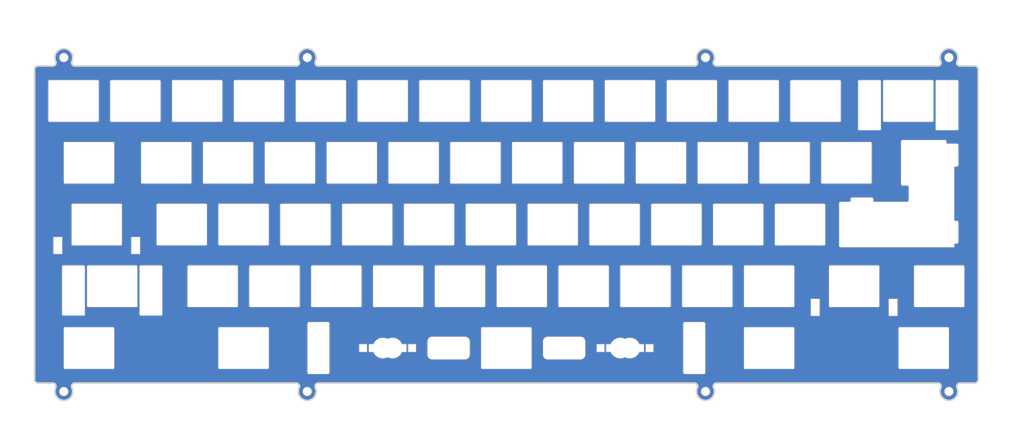
<source format=kicad_pcb>
(kicad_pcb (version 20171130) (host pcbnew "(5.1.10)-1")
  (layers (0 F.Cu signal) (31 B.Cu signal) (34 B.Paste user) (35 F.Paste user) (36 B.SilkS user) (37 F.SilkS user) (38 B.Mask user) (39 F.Mask user) (44 Edge.Cuts user))
  (net 0 "")
  (gr_line (start 64.94209 122.68723) (end 64.94209 134.88723) (layer Edge.Cuts) (width 0.1))
  (gr_arc (start 64.64209 134.88723) (end 64.64209 135.18723) (angle -90) (layer Edge.Cuts) (width 0.1))
  (gr_line (start 64.64209 135.18723) (end 49.74209 135.18723) (layer Edge.Cuts) (width 0.1))
  (gr_arc (start 49.742089 134.88723) (end 49.44209 134.88723) (angle -90) (layer Edge.Cuts) (width 0.1))
  (gr_line (start 49.44209 134.88723) (end 49.44209 122.68723) (layer Edge.Cuts) (width 0.1))
  (gr_arc (start 49.74209 122.68723) (end 49.74209 122.38723) (angle -90) (layer Edge.Cuts) (width 0.1))
  (gr_line (start 49.74209 122.38723) (end 64.642089 122.38723) (layer Edge.Cuts) (width 0.1))
  (gr_arc (start 64.642089 122.687231) (end 64.94209 122.68723) (angle -90) (layer Edge.Cuts) (width 0.1))
  (gr_arc (start 274.50374 39.187057) (end 276.990865 40.360391) (angle -230.5124073) (layer Edge.Cuts) (width 0.5))
  (gr_arc (start 277.895274 40.787057) (end 276.990865 40.360391) (angle -115.2562037) (layer Edge.Cuts) (width 0.5))
  (gr_line (start 282.50374 41.787057) (end 277.895274 41.787057) (layer Edge.Cuts) (width 0.5))
  (gr_arc (start 282.50374 42.787057) (end 283.50374 42.787057) (angle -90) (layer Edge.Cuts) (width 0.5))
  (gr_line (start 283.50374 138.586387) (end 283.50374 42.787057) (layer Edge.Cuts) (width 0.5))
  (gr_arc (start 282.50374 138.586387) (end 282.50374 139.586387) (angle -90) (layer Edge.Cuts) (width 0.5))
  (gr_line (start 277.895274 139.586387) (end 282.50374 139.586387) (layer Edge.Cuts) (width 0.5))
  (gr_arc (start 277.895274 140.586387) (end 277.895274 139.586387) (angle -115.2562037) (layer Edge.Cuts) (width 0.5))
  (gr_arc (start 274.50374 142.186387) (end 272.016616 141.013054) (angle -230.5124073) (layer Edge.Cuts) (width 0.5))
  (gr_arc (start 271.112207 140.586387) (end 272.016616 141.013054) (angle -115.2562037) (layer Edge.Cuts) (width 0.5))
  (gr_line (start 202.895274 139.586387) (end 271.112207 139.586387) (layer Edge.Cuts) (width 0.5))
  (gr_arc (start 202.895274 140.586387) (end 202.895274 139.586387) (angle -115.2562037) (layer Edge.Cuts) (width 0.5))
  (gr_arc (start 199.50374 142.186387) (end 197.016616 141.013054) (angle -230.5124073) (layer Edge.Cuts) (width 0.5))
  (gr_arc (start 196.112207 140.586387) (end 197.016616 141.013054) (angle -115.2562037) (layer Edge.Cuts) (width 0.5))
  (gr_line (start 80.195924 139.586387) (end 196.112207 139.586387) (layer Edge.Cuts) (width 0.5))
  (gr_arc (start 80.195924 140.586387) (end 80.195924 139.586387) (angle -115.2562037) (layer Edge.Cuts) (width 0.5))
  (gr_arc (start 76.80439 142.186387) (end 74.317266 141.013054) (angle -230.5124073) (layer Edge.Cuts) (width 0.5))
  (gr_arc (start 73.412857 140.586387) (end 74.317266 141.013054) (angle -115.2562037) (layer Edge.Cuts) (width 0.5))
  (gr_line (start 5.195924 139.586387) (end 73.412857 139.586387) (layer Edge.Cuts) (width 0.5))
  (gr_arc (start 5.195924 140.586387) (end 5.195924 139.586387) (angle -115.2562037) (layer Edge.Cuts) (width 0.5))
  (gr_arc (start 1.80439 142.186387) (end -0.682734 141.013054) (angle -230.5124073) (layer Edge.Cuts) (width 0.5))
  (gr_arc (start -1.587143 140.586387) (end -0.682734 141.013054) (angle -115.2562037) (layer Edge.Cuts) (width 0.5))
  (gr_line (start -6.19561 139.586387) (end -1.587143 139.586387) (layer Edge.Cuts) (width 0.5))
  (gr_arc (start -6.19561 138.586387) (end -7.19561 138.586387) (angle -90) (layer Edge.Cuts) (width 0.5))
  (gr_line (start -7.19561 42.787057) (end -7.19561 138.586387) (layer Edge.Cuts) (width 0.5))
  (gr_arc (start -6.19561 42.787057) (end -6.19561 41.787057) (angle -90) (layer Edge.Cuts) (width 0.5))
  (gr_line (start -1.587143 41.787057) (end -6.19561 41.787057) (layer Edge.Cuts) (width 0.5))
  (gr_arc (start -1.587143 40.787057) (end -1.587143 41.787057) (angle -115.2562037) (layer Edge.Cuts) (width 0.5))
  (gr_arc (start 1.80439 39.187057) (end 4.291515 40.360391) (angle -230.5124073) (layer Edge.Cuts) (width 0.5))
  (gr_arc (start 5.195924 40.787057) (end 4.291515 40.360391) (angle -115.2562037) (layer Edge.Cuts) (width 0.5))
  (gr_line (start 73.412857 41.787057) (end 5.195924 41.787057) (layer Edge.Cuts) (width 0.5))
  (gr_arc (start 73.412857 40.787057) (end 73.412857 41.787057) (angle -115.2562037) (layer Edge.Cuts) (width 0.5))
  (gr_arc (start 76.80439 39.187057) (end 79.291515 40.360391) (angle -230.5124073) (layer Edge.Cuts) (width 0.5))
  (gr_arc (start 80.195924 40.787057) (end 79.291515 40.360391) (angle -115.2562037) (layer Edge.Cuts) (width 0.5))
  (gr_line (start 196.112207 41.787057) (end 80.195924 41.787057) (layer Edge.Cuts) (width 0.5))
  (gr_arc (start 196.112207 40.787057) (end 196.112207 41.787057) (angle -115.2562037) (layer Edge.Cuts) (width 0.5))
  (gr_arc (start 199.50374 39.187057) (end 201.990865 40.360391) (angle -230.5124073) (layer Edge.Cuts) (width 0.5))
  (gr_arc (start 202.895274 40.787057) (end 201.990865 40.360391) (angle -115.2562037) (layer Edge.Cuts) (width 0.5))
  (gr_line (start 271.112207 41.787057) (end 202.895274 41.787057) (layer Edge.Cuts) (width 0.5))
  (gr_arc (start 271.112207 40.787057) (end 271.112207 41.787057) (angle -115.2562037) (layer Edge.Cuts) (width 0.5))
  (gr_circle (center 1.80439 39.187057) (end 3.15439 39.187057) (layer Edge.Cuts) (width 0.1))
  (gr_circle (center 274.50374 142.186387) (end 275.85374 142.186387) (layer Edge.Cuts) (width 0.1))
  (gr_circle (center 274.50374 39.187057) (end 275.85374 39.187057) (layer Edge.Cuts) (width 0.1))
  (gr_circle (center 199.50374 142.186387) (end 200.85374 142.186387) (layer Edge.Cuts) (width 0.1))
  (gr_circle (center 76.80439 39.187057) (end 78.15439 39.187057) (layer Edge.Cuts) (width 0.1))
  (gr_circle (center 76.80439 142.186387) (end 78.15439 142.186387) (layer Edge.Cuts) (width 0.1))
  (gr_circle (center 1.80439 142.186387) (end 3.15439 142.186387) (layer Edge.Cuts) (width 0.1))
  (gr_circle (center 199.50374 39.187057) (end 200.85374 39.187057) (layer Edge.Cuts) (width 0.1))
  (gr_arc (start 106.89209 96.78723) (end 106.59209 96.78723) (angle -90) (layer Edge.Cuts) (width 0.1))
  (gr_line (start 106.59209 84.58723) (end 106.59209 96.78723) (layer Edge.Cuts) (width 0.1))
  (gr_arc (start 106.89209 84.58723) (end 106.89209 84.28723) (angle -90) (layer Edge.Cuts) (width 0.1))
  (gr_line (start 121.79209 84.28723) (end 106.89209 84.28723) (layer Edge.Cuts) (width 0.1))
  (gr_arc (start 121.79209 84.58723) (end 122.09209 84.58723) (angle -90) (layer Edge.Cuts) (width 0.1))
  (gr_line (start 122.09209 96.78723) (end 122.09209 84.58723) (layer Edge.Cuts) (width 0.1))
  (gr_arc (start 121.792089 96.78723) (end 121.79209 97.08723) (angle -90) (layer Edge.Cuts) (width 0.1))
  (gr_line (start 106.89209 97.08723) (end 121.79209 97.08723) (layer Edge.Cuts) (width 0.1))
  (gr_line (start 173.26709 115.83723) (end 173.26709 103.63723) (layer Edge.Cuts) (width 0.1))
  (gr_arc (start 173.56709 115.83723) (end 173.26709 115.83723) (angle -90) (layer Edge.Cuts) (width 0.1))
  (gr_line (start 188.46709 116.137231) (end 173.56709 116.13723) (layer Edge.Cuts) (width 0.1))
  (gr_arc (start 188.46709 115.83723) (end 188.46709 116.137231) (angle -90) (layer Edge.Cuts) (width 0.1))
  (gr_line (start 188.76709 103.63723) (end 188.76709 115.83723) (layer Edge.Cuts) (width 0.1))
  (gr_arc (start 188.467089 103.637231) (end 188.76709 103.63723) (angle -90) (layer Edge.Cuts) (width 0.1))
  (gr_line (start 173.56709 103.33723) (end 188.46709 103.33723) (layer Edge.Cuts) (width 0.1))
  (gr_arc (start 173.56709 103.63723) (end 173.56709 103.33723) (angle -90) (layer Edge.Cuts) (width 0.1))
  (gr_line (start 92.60459 46.18723) (end 107.50459 46.18723) (layer Edge.Cuts) (width 0.1))
  (gr_arc (start 92.60459 46.48723) (end 92.60459 46.18723) (angle -90) (layer Edge.Cuts) (width 0.1))
  (gr_line (start 92.30459 58.68723) (end 92.30459 46.48723) (layer Edge.Cuts) (width 0.1))
  (gr_arc (start 92.60459 58.68723) (end 92.30459 58.68723) (angle -90) (layer Edge.Cuts) (width 0.1))
  (gr_line (start 107.50459 58.98723) (end 92.60459 58.98723) (layer Edge.Cuts) (width 0.1))
  (gr_arc (start 107.50459 58.687231) (end 107.50459 58.98723) (angle -90) (layer Edge.Cuts) (width 0.1))
  (gr_line (start 107.80459 46.48723) (end 107.80459 58.68723) (layer Edge.Cuts) (width 0.1))
  (gr_arc (start 107.504589 46.48723) (end 107.80459 46.48723) (angle -90) (layer Edge.Cuts) (width 0.1))
  (gr_line (start 82.779589 77.73723) (end 82.779589 65.53723) (layer Edge.Cuts) (width 0.1))
  (gr_arc (start 83.079589 77.73723) (end 82.779589 77.73723) (angle -90) (layer Edge.Cuts) (width 0.1))
  (gr_line (start 97.97959 78.03723) (end 83.079589 78.03723) (layer Edge.Cuts) (width 0.1))
  (gr_arc (start 97.97959 77.73723) (end 97.97959 78.03723) (angle -90) (layer Edge.Cuts) (width 0.1))
  (gr_line (start 98.279589 65.53723) (end 98.27959 77.73723) (layer Edge.Cuts) (width 0.1))
  (gr_arc (start 97.97959 65.53723) (end 98.279589 65.53723) (angle -90) (layer Edge.Cuts) (width 0.1))
  (gr_line (start 83.079589 65.23723) (end 97.97959 65.23723) (layer Edge.Cuts) (width 0.1))
  (gr_arc (start 83.079589 65.53723) (end 83.079589 65.23723) (angle -90) (layer Edge.Cuts) (width 0.1))
  (gr_arc (start 140.22959 65.53723) (end 140.22959 65.23723) (angle -90) (layer Edge.Cuts) (width 0.1))
  (gr_line (start 155.12959 65.23723) (end 140.22959 65.23723) (layer Edge.Cuts) (width 0.1))
  (gr_arc (start 155.12959 65.53723) (end 155.42959 65.53723) (angle -90) (layer Edge.Cuts) (width 0.1))
  (gr_line (start 155.42959 77.73723) (end 155.42959 65.53723) (layer Edge.Cuts) (width 0.1))
  (gr_arc (start 155.12959 77.73723) (end 155.12959 78.03723) (angle -90) (layer Edge.Cuts) (width 0.1))
  (gr_line (start 140.22959 78.03723) (end 155.12959 78.03723) (layer Edge.Cuts) (width 0.1))
  (gr_arc (start 140.22959 77.73723) (end 139.92959 77.73723) (angle -90) (layer Edge.Cuts) (width 0.1))
  (gr_line (start 139.92959 65.53723) (end 139.92959 77.73723) (layer Edge.Cuts) (width 0.1))
  (gr_line (start 1.81709 134.88723) (end 1.81709 122.68723) (layer Edge.Cuts) (width 0.1))
  (gr_arc (start 2.11709 134.88723) (end 1.81709 134.88723) (angle -90) (layer Edge.Cuts) (width 0.1))
  (gr_line (start 17.01709 135.18723) (end 2.117089 135.18723) (layer Edge.Cuts) (width 0.1))
  (gr_arc (start 17.017089 134.88723) (end 17.01709 135.18723) (angle -90) (layer Edge.Cuts) (width 0.1))
  (gr_line (start 17.31709 122.68723) (end 17.317089 134.88723) (layer Edge.Cuts) (width 0.1))
  (gr_arc (start 17.017089 122.68723) (end 17.31709 122.68723) (angle -90) (layer Edge.Cuts) (width 0.1))
  (gr_line (start 2.11709 122.38723) (end 17.01709 122.38723) (layer Edge.Cuts) (width 0.1))
  (gr_arc (start 2.11709 122.68723) (end 2.11709 122.38723) (angle -90) (layer Edge.Cuts) (width 0.1))
  (gr_line (start 7.97284 118.73723) (end 1.57284 118.73723) (layer Edge.Cuts) (width 0.1))
  (gr_arc (start 7.97284 118.43723) (end 7.97284 118.73723) (angle -90) (layer Edge.Cuts) (width 0.1))
  (gr_line (start 8.27284 103.63723) (end 8.27284 118.43723) (layer Edge.Cuts) (width 0.1))
  (gr_arc (start 7.97284 103.63723) (end 8.27284 103.63723) (angle -90) (layer Edge.Cuts) (width 0.1))
  (gr_line (start 1.57284 103.33723) (end 7.97284 103.33723) (layer Edge.Cuts) (width 0.1))
  (gr_arc (start 1.57284 103.63723) (end 1.57284 103.33723) (angle -90) (layer Edge.Cuts) (width 0.1))
  (gr_line (start 1.27284 118.43723) (end 1.272839 103.63723) (layer Edge.Cuts) (width 0.1))
  (gr_arc (start 1.57284 118.43723) (end 1.27284 118.43723) (angle -90) (layer Edge.Cuts) (width 0.1))
  (gr_arc (start 277.11784 61.28723) (end 277.11784 61.587231) (angle -90) (layer Edge.Cuts) (width 0.1))
  (gr_line (start 270.71784 61.587231) (end 277.11784 61.587231) (layer Edge.Cuts) (width 0.1))
  (gr_arc (start 270.717839 61.287231) (end 270.41784 61.287231) (angle -90) (layer Edge.Cuts) (width 0.1))
  (gr_line (start 270.41784 46.48723) (end 270.41784 61.287231) (layer Edge.Cuts) (width 0.1))
  (gr_arc (start 270.717839 46.48723) (end 270.71784 46.18723) (angle -90) (layer Edge.Cuts) (width 0.1))
  (gr_line (start 277.11784 46.18723) (end 270.71784 46.18723) (layer Edge.Cuts) (width 0.1))
  (gr_arc (start 277.11784 46.487231) (end 277.41784 46.48723) (angle -90) (layer Edge.Cuts) (width 0.1))
  (gr_line (start 277.41784 61.287231) (end 277.41784 46.48723) (layer Edge.Cuts) (width 0.1))
  (gr_line (start 253.24184 61.587231) (end 246.84184 61.587231) (layer Edge.Cuts) (width 0.1))
  (gr_arc (start 253.24184 61.28723) (end 253.24184 61.587231) (angle -90) (layer Edge.Cuts) (width 0.1))
  (gr_line (start 253.54184 46.48723) (end 253.54184 61.287231) (layer Edge.Cuts) (width 0.1))
  (gr_arc (start 253.241839 46.487231) (end 253.54184 46.48723) (angle -90) (layer Edge.Cuts) (width 0.1))
  (gr_line (start 246.84184 46.18723) (end 253.241839 46.18723) (layer Edge.Cuts) (width 0.1))
  (gr_arc (start 246.84184 46.487231) (end 246.84184 46.18723) (angle -90) (layer Edge.Cuts) (width 0.1))
  (gr_line (start 246.54184 61.287231) (end 246.54184 46.48723) (layer Edge.Cuts) (width 0.1))
  (gr_arc (start 246.84184 61.287231) (end 246.54184 61.287231) (angle -90) (layer Edge.Cuts) (width 0.1))
  (gr_line (start 254.52984 46.18723) (end 269.42984 46.18723) (layer Edge.Cuts) (width 0.1))
  (gr_arc (start 254.52984 46.48723) (end 254.52984 46.18723) (angle -90) (layer Edge.Cuts) (width 0.1))
  (gr_line (start 254.22984 58.68723) (end 254.22984 46.48723) (layer Edge.Cuts) (width 0.1))
  (gr_arc (start 254.52984 58.68723) (end 254.22984 58.68723) (angle -90) (layer Edge.Cuts) (width 0.1))
  (gr_line (start 269.42984 58.98723) (end 254.52984 58.98723) (layer Edge.Cuts) (width 0.1))
  (gr_arc (start 269.42984 58.68723) (end 269.42984 58.98723) (angle -90) (layer Edge.Cuts) (width 0.1))
  (gr_line (start 269.72984 46.48723) (end 269.72984 58.68723) (layer Edge.Cuts) (width 0.1))
  (gr_arc (start 269.42984 46.487231) (end 269.72984 46.48723) (angle -90) (layer Edge.Cuts) (width 0.1))
  (gr_line (start 24.460839 103.63723) (end 24.460839 115.83723) (layer Edge.Cuts) (width 0.1))
  (gr_arc (start 24.160839 103.63723) (end 24.460839 103.63723) (angle -90) (layer Edge.Cuts) (width 0.1))
  (gr_line (start 9.26084 103.33723) (end 24.16084 103.33723) (layer Edge.Cuts) (width 0.1))
  (gr_arc (start 9.26084 103.63723) (end 9.26084 103.33723) (angle -90) (layer Edge.Cuts) (width 0.1))
  (gr_line (start 8.96084 115.83723) (end 8.96084 103.63723) (layer Edge.Cuts) (width 0.1))
  (gr_arc (start 9.26084 115.83723) (end 8.96084 115.83723) (angle -90) (layer Edge.Cuts) (width 0.1))
  (gr_line (start 24.16084 116.13723) (end 9.260839 116.13723) (layer Edge.Cuts) (width 0.1))
  (gr_arc (start 24.16084 115.83723) (end 24.16084 116.13723) (angle -90) (layer Edge.Cuts) (width 0.1))
  (gr_line (start 25.44884 103.33723) (end 31.84884 103.33723) (layer Edge.Cuts) (width 0.1))
  (gr_arc (start 25.44884 103.63723) (end 25.44884 103.33723) (angle -90) (layer Edge.Cuts) (width 0.1))
  (gr_line (start 25.14884 118.43723) (end 25.14884 103.63723) (layer Edge.Cuts) (width 0.1))
  (gr_arc (start 25.44884 118.43723) (end 25.14884 118.43723) (angle -90) (layer Edge.Cuts) (width 0.1))
  (gr_line (start 31.84884 118.73723) (end 25.44884 118.73723) (layer Edge.Cuts) (width 0.1))
  (gr_arc (start 31.84884 118.437231) (end 31.84884 118.73723) (angle -90) (layer Edge.Cuts) (width 0.1))
  (gr_line (start 32.14884 103.63723) (end 32.148839 118.43723) (layer Edge.Cuts) (width 0.1))
  (gr_arc (start 31.84884 103.63723) (end 32.14884 103.63723) (angle -90) (layer Edge.Cuts) (width 0.1))
  (gr_line (start 198.92959 136.786231) (end 193.17959 136.786231) (layer Edge.Cuts) (width 0.1))
  (gr_arc (start 198.929589 136.286231) (end 198.92959 136.786231) (angle -90) (layer Edge.Cuts) (width 0.1))
  (gr_line (start 199.429589 121.286231) (end 199.42959 136.286231) (layer Edge.Cuts) (width 0.1))
  (gr_arc (start 198.92959 121.286231) (end 199.429589 121.286231) (angle -90) (layer Edge.Cuts) (width 0.1))
  (gr_line (start 193.17959 120.786231) (end 198.92959 120.786231) (layer Edge.Cuts) (width 0.1))
  (gr_arc (start 193.17959 121.286231) (end 193.17959 120.786231) (angle -90) (layer Edge.Cuts) (width 0.1))
  (gr_line (start 192.67959 136.286231) (end 192.67959 121.286231) (layer Edge.Cuts) (width 0.1))
  (gr_arc (start 193.179589 136.286231) (end 192.67959 136.286231) (angle -90) (layer Edge.Cuts) (width 0.1))
  (gr_line (start 259.742407 78.135862) (end 259.742407 65.136562) (layer Edge.Cuts) (width 0.1))
  (gr_arc (start 260.242407 78.135862) (end 259.742407 78.135862) (angle -90) (layer Edge.Cuts) (width 0.1))
  (gr_line (start 261.623407 78.635862) (end 260.242407 78.635862) (layer Edge.Cuts) (width 0.1))
  (gr_arc (start 261.623407 79.135862) (end 262.123407 79.135862) (angle -90) (layer Edge.Cuts) (width 0.1))
  (gr_line (start 262.123407 83.186562) (end 262.123407 79.135862) (layer Edge.Cuts) (width 0.1))
  (gr_arc (start 261.623407 83.186562) (end 261.623407 83.686562) (angle -90) (layer Edge.Cuts) (width 0.1))
  (gr_line (start 251.196907 83.686562) (end 261.623407 83.686562) (layer Edge.Cuts) (width 0.1))
  (gr_line (start 251.196907 82.886562) (end 251.196907 83.686562) (layer Edge.Cuts) (width 0.1))
  (gr_arc (start 250.696907 82.886562) (end 251.196907 82.886562) (angle -90) (layer Edge.Cuts) (width 0.1))
  (gr_line (start 244.696907 82.386562) (end 250.696907 82.386562) (layer Edge.Cuts) (width 0.1))
  (gr_arc (start 244.696907 82.886562) (end 244.696907 82.386562) (angle -90) (layer Edge.Cuts) (width 0.1))
  (gr_line (start 244.196907 83.686562) (end 244.196907 82.886562) (layer Edge.Cuts) (width 0.1))
  (gr_line (start 241.192407 83.686562) (end 244.196907 83.686562) (layer Edge.Cuts) (width 0.1))
  (gr_arc (start 241.192407 84.186562) (end 241.192407 83.686562) (angle -90) (layer Edge.Cuts) (width 0.1))
  (gr_line (start 240.692407 97.185862) (end 240.692407 84.186562) (layer Edge.Cuts) (width 0.1))
  (gr_arc (start 241.192407 97.185862) (end 240.692407 97.185862) (angle -90) (layer Edge.Cuts) (width 0.1))
  (gr_line (start 276.123407 97.685862) (end 241.192407 97.685862) (layer Edge.Cuts) (width 0.1))
  (gr_line (start 276.123407 96.561812) (end 276.123407 97.685862) (layer Edge.Cuts) (width 0.1))
  (gr_line (start 276.923407 96.561812) (end 276.123407 96.561812) (layer Edge.Cuts) (width 0.1))
  (gr_arc (start 276.923407 96.061812) (end 276.923407 96.561812) (angle -90) (layer Edge.Cuts) (width 0.1))
  (gr_line (start 277.423407 90.061812) (end 277.423407 96.061812) (layer Edge.Cuts) (width 0.1))
  (gr_arc (start 276.923407 90.061812) (end 277.423407 90.061812) (angle -90) (layer Edge.Cuts) (width 0.1))
  (gr_line (start 276.123407 89.561812) (end 276.923407 89.561812) (layer Edge.Cuts) (width 0.1))
  (gr_line (start 276.123407 72.761862) (end 276.123407 89.561812) (layer Edge.Cuts) (width 0.1))
  (gr_line (start 276.923407 72.761862) (end 276.123407 72.761862) (layer Edge.Cuts) (width 0.1))
  (gr_arc (start 276.923407 72.261862) (end 276.923407 72.761862) (angle -90) (layer Edge.Cuts) (width 0.1))
  (gr_line (start 277.423407 66.261862) (end 277.423407 72.261862) (layer Edge.Cuts) (width 0.1))
  (gr_arc (start 276.923407 66.261862) (end 277.423407 66.261862) (angle -90) (layer Edge.Cuts) (width 0.1))
  (gr_line (start 273.742407 65.761862) (end 276.923407 65.761862) (layer Edge.Cuts) (width 0.1))
  (gr_line (start 273.742407 65.136562) (end 273.742407 65.761862) (layer Edge.Cuts) (width 0.1))
  (gr_arc (start 273.242407 65.136562) (end 273.742407 65.136562) (angle -90) (layer Edge.Cuts) (width 0.1))
  (gr_line (start 260.242407 64.636562) (end 273.242407 64.636562) (layer Edge.Cuts) (width 0.1))
  (gr_arc (start 260.242407 65.136562) (end 260.242407 64.636562) (angle -90) (layer Edge.Cuts) (width 0.1))
  (gr_line (start 76.87959 136.286231) (end 76.87959 121.286231) (layer Edge.Cuts) (width 0.1))
  (gr_arc (start 77.37959 136.286231) (end 76.87959 136.286231) (angle -90) (layer Edge.Cuts) (width 0.1))
  (gr_line (start 83.12959 136.786231) (end 77.37959 136.786231) (layer Edge.Cuts) (width 0.1))
  (gr_arc (start 83.12959 136.286231) (end 83.12959 136.786231) (angle -90) (layer Edge.Cuts) (width 0.1))
  (gr_line (start 83.62959 121.286231) (end 83.62959 136.286231) (layer Edge.Cuts) (width 0.1))
  (gr_arc (start 83.12959 121.286231) (end 83.62959 121.286231) (angle -90) (layer Edge.Cuts) (width 0.1))
  (gr_line (start 77.37959 120.786231) (end 83.12959 120.786231) (layer Edge.Cuts) (width 0.1))
  (gr_arc (start 77.37959 121.286231) (end 77.37959 120.786231) (angle -90) (layer Edge.Cuts) (width 0.1))
  (gr_arc (start 12.254589 46.48723) (end 12.55459 46.48723) (angle -90) (layer Edge.Cuts) (width 0.1))
  (gr_line (start 12.55459 58.68723) (end 12.55459 46.48723) (layer Edge.Cuts) (width 0.1))
  (gr_arc (start 12.254589 58.68723) (end 12.25459 58.98723) (angle -90) (layer Edge.Cuts) (width 0.1))
  (gr_line (start -2.64541 58.98723) (end 12.25459 58.98723) (layer Edge.Cuts) (width 0.1))
  (gr_arc (start -2.64541 58.68723) (end -2.945411 58.68723) (angle -90) (layer Edge.Cuts) (width 0.1))
  (gr_line (start -2.94541 46.48723) (end -2.945411 58.68723) (layer Edge.Cuts) (width 0.1))
  (gr_arc (start -2.64541 46.48723) (end -2.64541 46.18723) (angle -90) (layer Edge.Cuts) (width 0.1))
  (gr_line (start 12.25459 46.18723) (end -2.64541 46.18723) (layer Edge.Cuts) (width 0.1))
  (gr_line (start 4.49834 84.28723) (end 19.39834 84.28723) (layer Edge.Cuts) (width 0.1))
  (gr_arc (start 4.498339 84.58723) (end 4.49834 84.28723) (angle -90) (layer Edge.Cuts) (width 0.1))
  (gr_line (start 4.19834 96.78723) (end 4.198339 84.58723) (layer Edge.Cuts) (width 0.1))
  (gr_arc (start 4.49834 96.78723) (end 4.19834 96.78723) (angle -90) (layer Edge.Cuts) (width 0.1))
  (gr_line (start 19.39834 97.08723) (end 4.49834 97.08723) (layer Edge.Cuts) (width 0.1))
  (gr_arc (start 19.39834 96.78723) (end 19.39834 97.08723) (angle -90) (layer Edge.Cuts) (width 0.1))
  (gr_line (start 19.69834 84.58723) (end 19.69834 96.78723) (layer Edge.Cuts) (width 0.1))
  (gr_arc (start 19.39834 84.58723) (end 19.69834 84.58723) (angle -90) (layer Edge.Cuts) (width 0.1))
  (gr_line (start 22.61334 99.77223) (end 25.28334 99.77223) (layer Edge.Cuts) (width 0.1))
  (gr_line (start 22.61334 94.56223) (end 22.61334 99.77223) (layer Edge.Cuts) (width 0.1))
  (gr_line (start 25.28334 94.56223) (end 22.61334 94.56223) (layer Edge.Cuts) (width 0.1))
  (gr_line (start 25.28334 99.77223) (end 25.28334 94.56223) (layer Edge.Cuts) (width 0.1))
  (gr_line (start 59.26709 103.33723) (end 74.167089 103.33723) (layer Edge.Cuts) (width 0.1))
  (gr_arc (start 59.26709 103.637231) (end 59.26709 103.33723) (angle -90) (layer Edge.Cuts) (width 0.1))
  (gr_line (start 58.96709 115.83723) (end 58.967089 103.63723) (layer Edge.Cuts) (width 0.1))
  (gr_arc (start 59.26709 115.83723) (end 58.96709 115.83723) (angle -90) (layer Edge.Cuts) (width 0.1))
  (gr_line (start 74.167089 116.13723) (end 59.26709 116.13723) (layer Edge.Cuts) (width 0.1))
  (gr_arc (start 74.16709 115.837231) (end 74.167089 116.13723) (angle -90) (layer Edge.Cuts) (width 0.1))
  (gr_line (start 74.46709 103.63723) (end 74.467089 115.83723) (layer Edge.Cuts) (width 0.1))
  (gr_arc (start 74.16709 103.637231) (end 74.46709 103.63723) (angle -90) (layer Edge.Cuts) (width 0.1))
  (gr_line (start 178.32959 65.23723) (end 193.22959 65.23723) (layer Edge.Cuts) (width 0.1))
  (gr_arc (start 178.329589 65.53723) (end 178.32959 65.23723) (angle -90) (layer Edge.Cuts) (width 0.1))
  (gr_line (start 178.02959 77.73723) (end 178.02959 65.53723) (layer Edge.Cuts) (width 0.1))
  (gr_arc (start 178.32959 77.73723) (end 178.02959 77.73723) (angle -90) (layer Edge.Cuts) (width 0.1))
  (gr_line (start 193.22959 78.03723) (end 178.32959 78.03723) (layer Edge.Cuts) (width 0.1))
  (gr_arc (start 193.22959 77.73723) (end 193.22959 78.03723) (angle -90) (layer Edge.Cuts) (width 0.1))
  (gr_line (start 193.52959 65.53723) (end 193.52959 77.73723) (layer Edge.Cuts) (width 0.1))
  (gr_arc (start 193.22959 65.53723) (end 193.52959 65.53723) (angle -90) (layer Edge.Cuts) (width 0.1))
  (gr_arc (start 149.75459 46.48723) (end 149.75459 46.18723) (angle -90) (layer Edge.Cuts) (width 0.1))
  (gr_line (start 164.65459 46.18723) (end 149.75459 46.18723) (layer Edge.Cuts) (width 0.1))
  (gr_arc (start 164.65459 46.487231) (end 164.95459 46.48723) (angle -90) (layer Edge.Cuts) (width 0.1))
  (gr_line (start 164.95459 58.68723) (end 164.95459 46.48723) (layer Edge.Cuts) (width 0.1))
  (gr_arc (start 164.65459 58.68723) (end 164.65459 58.98723) (angle -90) (layer Edge.Cuts) (width 0.1))
  (gr_line (start 149.75459 58.98723) (end 164.65459 58.98723) (layer Edge.Cuts) (width 0.1))
  (gr_arc (start 149.75459 58.68723) (end 149.45459 58.68723) (angle -90) (layer Edge.Cuts) (width 0.1))
  (gr_line (start 149.45459 46.48723) (end 149.45459 58.68723) (layer Edge.Cuts) (width 0.1))
  (gr_line (start 17.31709 65.53723) (end 17.31709 77.73723) (layer Edge.Cuts) (width 0.1))
  (gr_arc (start 17.01709 65.53723) (end 17.31709 65.53723) (angle -90) (layer Edge.Cuts) (width 0.1))
  (gr_line (start 2.11709 65.23723) (end 17.01709 65.23723) (layer Edge.Cuts) (width 0.1))
  (gr_arc (start 2.117089 65.53723) (end 2.11709 65.23723) (angle -90) (layer Edge.Cuts) (width 0.1))
  (gr_line (start 1.81709 77.73723) (end 1.81709 65.53723) (layer Edge.Cuts) (width 0.1))
  (gr_arc (start 2.11709 77.73723) (end 1.81709 77.73723) (angle -90) (layer Edge.Cuts) (width 0.1))
  (gr_line (start 17.01709 78.03723) (end 2.117089 78.03723) (layer Edge.Cuts) (width 0.1))
  (gr_arc (start 17.017089 77.73723) (end 17.01709 78.03723) (angle -90) (layer Edge.Cuts) (width 0.1))
  (gr_line (start 258.64584 113.61223) (end 255.97584 113.61223) (layer Edge.Cuts) (width 0.1))
  (gr_line (start 258.64584 118.82223) (end 258.64584 113.61223) (layer Edge.Cuts) (width 0.1))
  (gr_line (start 255.97584 118.82223) (end 258.64584 118.82223) (layer Edge.Cuts) (width 0.1))
  (gr_line (start 255.97584 113.61223) (end 255.97584 118.82223) (layer Edge.Cuts) (width 0.1))
  (gr_line (start 16.104589 58.68723) (end 16.10459 46.48723) (layer Edge.Cuts) (width 0.1))
  (gr_arc (start 16.40459 58.68723) (end 16.104589 58.68723) (angle -90) (layer Edge.Cuts) (width 0.1))
  (gr_line (start 31.30459 58.98723) (end 16.404589 58.98723) (layer Edge.Cuts) (width 0.1))
  (gr_arc (start 31.304589 58.68723) (end 31.30459 58.98723) (angle -90) (layer Edge.Cuts) (width 0.1))
  (gr_line (start 31.60459 46.48723) (end 31.60459 58.68723) (layer Edge.Cuts) (width 0.1))
  (gr_arc (start 31.304589 46.48723) (end 31.60459 46.48723) (angle -90) (layer Edge.Cuts) (width 0.1))
  (gr_line (start 16.40459 46.18723) (end 31.30459 46.18723) (layer Edge.Cuts) (width 0.1))
  (gr_arc (start 16.40459 46.48723) (end 16.40459 46.18723) (angle -90) (layer Edge.Cuts) (width 0.1))
  (gr_arc (start 169.41709 103.637231) (end 169.71709 103.63723) (angle -90) (layer Edge.Cuts) (width 0.1))
  (gr_line (start 169.71709 115.83723) (end 169.71709 103.63723) (layer Edge.Cuts) (width 0.1))
  (gr_arc (start 169.41709 115.837231) (end 169.41709 116.13723) (angle -90) (layer Edge.Cuts) (width 0.1))
  (gr_line (start 154.51709 116.137231) (end 169.41709 116.13723) (layer Edge.Cuts) (width 0.1))
  (gr_arc (start 154.51709 115.83723) (end 154.21709 115.83723) (angle -90) (layer Edge.Cuts) (width 0.1))
  (gr_line (start 154.217089 103.63723) (end 154.21709 115.83723) (layer Edge.Cuts) (width 0.1))
  (gr_arc (start 154.51709 103.63723) (end 154.51709 103.33723) (angle -90) (layer Edge.Cuts) (width 0.1))
  (gr_line (start 169.41709 103.33723) (end 154.51709 103.33723) (layer Edge.Cuts) (width 0.1))
  (gr_arc (start 136.07959 65.53723) (end 136.37959 65.53723) (angle -90) (layer Edge.Cuts) (width 0.1))
  (gr_line (start 136.37959 77.73723) (end 136.37959 65.53723) (layer Edge.Cuts) (width 0.1))
  (gr_arc (start 136.07959 77.737231) (end 136.07959 78.03723) (angle -90) (layer Edge.Cuts) (width 0.1))
  (gr_line (start 121.17959 78.03723) (end 136.07959 78.03723) (layer Edge.Cuts) (width 0.1))
  (gr_arc (start 121.17959 77.73723) (end 120.87959 77.73723) (angle -90) (layer Edge.Cuts) (width 0.1))
  (gr_line (start 120.87959 65.53723) (end 120.87959 77.73723) (layer Edge.Cuts) (width 0.1))
  (gr_arc (start 121.17959 65.53723) (end 121.17959 65.23723) (angle -90) (layer Edge.Cuts) (width 0.1))
  (gr_line (start 136.07959 65.237231) (end 121.17959 65.23723) (layer Edge.Cuts) (width 0.1))
  (gr_line (start 49.44209 96.78723) (end 49.44209 84.58723) (layer Edge.Cuts) (width 0.1))
  (gr_arc (start 49.74209 96.78723) (end 49.44209 96.78723) (angle -90) (layer Edge.Cuts) (width 0.1))
  (gr_line (start 64.64209 97.08723) (end 49.74209 97.08723) (layer Edge.Cuts) (width 0.1))
  (gr_arc (start 64.642089 96.78723) (end 64.64209 97.08723) (angle -90) (layer Edge.Cuts) (width 0.1))
  (gr_line (start 64.94209 84.58723) (end 64.94209 96.78723) (layer Edge.Cuts) (width 0.1))
  (gr_arc (start 64.642089 84.58723) (end 64.94209 84.58723) (angle -90) (layer Edge.Cuts) (width 0.1))
  (gr_line (start 49.74209 84.28723) (end 64.642089 84.28723) (layer Edge.Cuts) (width 0.1))
  (gr_arc (start 49.74209 84.58723) (end 49.74209 84.28723) (angle -90) (layer Edge.Cuts) (width 0.1))
  (gr_line (start 250.37959 78.03723) (end 235.47959 78.03723) (layer Edge.Cuts) (width 0.1))
  (gr_arc (start 250.37959 77.73723) (end 250.37959 78.03723) (angle -90) (layer Edge.Cuts) (width 0.1))
  (gr_line (start 250.67959 65.53723) (end 250.67959 77.73723) (layer Edge.Cuts) (width 0.1))
  (gr_arc (start 250.37959 65.53723) (end 250.67959 65.53723) (angle -90) (layer Edge.Cuts) (width 0.1))
  (gr_line (start 235.47959 65.23723) (end 250.37959 65.23723) (layer Edge.Cuts) (width 0.1))
  (gr_arc (start 235.479589 65.53723) (end 235.47959 65.23723) (angle -90) (layer Edge.Cuts) (width 0.1))
  (gr_line (start 235.17959 77.73723) (end 235.179589 65.53723) (layer Edge.Cuts) (width 0.1))
  (gr_arc (start 235.47959 77.73723) (end 235.17959 77.73723) (angle -90) (layer Edge.Cuts) (width 0.1))
  (gr_arc (start 126.554589 46.48723) (end 126.85459 46.48723) (angle -90) (layer Edge.Cuts) (width 0.1))
  (gr_line (start 126.85459 58.68723) (end 126.85459 46.48723) (layer Edge.Cuts) (width 0.1))
  (gr_arc (start 126.554589 58.68723) (end 126.55459 58.98723) (angle -90) (layer Edge.Cuts) (width 0.1))
  (gr_line (start 111.654589 58.98723) (end 126.55459 58.98723) (layer Edge.Cuts) (width 0.1))
  (gr_arc (start 111.654589 58.687231) (end 111.35459 58.68723) (angle -90) (layer Edge.Cuts) (width 0.1))
  (gr_line (start 111.35459 46.48723) (end 111.35459 58.68723) (layer Edge.Cuts) (width 0.1))
  (gr_arc (start 111.654589 46.48723) (end 111.654589 46.18723) (angle -90) (layer Edge.Cuts) (width 0.1))
  (gr_line (start 126.55459 46.18723) (end 111.654589 46.18723) (layer Edge.Cuts) (width 0.1))
  (gr_line (start 145.90459 122.68723) (end 145.904589 134.88723) (layer Edge.Cuts) (width 0.1))
  (gr_arc (start 145.60459 122.68723) (end 145.90459 122.68723) (angle -90) (layer Edge.Cuts) (width 0.1))
  (gr_line (start 130.70459 122.38723) (end 145.60459 122.38723) (layer Edge.Cuts) (width 0.1))
  (gr_arc (start 130.70459 122.68723) (end 130.70459 122.38723) (angle -90) (layer Edge.Cuts) (width 0.1))
  (gr_line (start 130.40459 134.88723) (end 130.40459 122.68723) (layer Edge.Cuts) (width 0.1))
  (gr_arc (start 130.70459 134.88723) (end 130.40459 134.88723) (angle -90) (layer Edge.Cuts) (width 0.1))
  (gr_line (start 145.60459 135.18723) (end 130.70459 135.187231) (layer Edge.Cuts) (width 0.1))
  (gr_arc (start 145.604589 134.88723) (end 145.60459 135.18723) (angle -90) (layer Edge.Cuts) (width 0.1))
  (gr_arc (start 83.69209 84.58723) (end 83.99209 84.58723) (angle -90) (layer Edge.Cuts) (width 0.1))
  (gr_line (start 83.99209 96.78723) (end 83.99209 84.58723) (layer Edge.Cuts) (width 0.1))
  (gr_arc (start 83.69209 96.78723) (end 83.69209 97.08723) (angle -90) (layer Edge.Cuts) (width 0.1))
  (gr_line (start 68.79209 97.08723) (end 83.69209 97.08723) (layer Edge.Cuts) (width 0.1))
  (gr_arc (start 68.79209 96.787231) (end 68.49209 96.78723) (angle -90) (layer Edge.Cuts) (width 0.1))
  (gr_line (start 68.49209 84.58723) (end 68.49209 96.78723) (layer Edge.Cuts) (width 0.1))
  (gr_arc (start 68.79209 84.58723) (end 68.79209 84.28723) (angle -90) (layer Edge.Cuts) (width 0.1))
  (gr_line (start 83.69209 84.28723) (end 68.79209 84.28723) (layer Edge.Cuts) (width 0.1))
  (gr_arc (start 231.32959 65.53723) (end 231.62959 65.53723) (angle -90) (layer Edge.Cuts) (width 0.1))
  (gr_line (start 231.62959 77.73723) (end 231.62959 65.53723) (layer Edge.Cuts) (width 0.1))
  (gr_arc (start 231.32959 77.73723) (end 231.32959 78.03723) (angle -90) (layer Edge.Cuts) (width 0.1))
  (gr_line (start 216.42959 78.03723) (end 231.32959 78.03723) (layer Edge.Cuts) (width 0.1))
  (gr_arc (start 216.42959 77.73723) (end 216.12959 77.73723) (angle -90) (layer Edge.Cuts) (width 0.1))
  (gr_line (start 216.12959 65.53723) (end 216.12959 77.73723) (layer Edge.Cuts) (width 0.1))
  (gr_arc (start 216.42959 65.53723) (end 216.42959 65.23723) (angle -90) (layer Edge.Cuts) (width 0.1))
  (gr_line (start 231.32959 65.23723) (end 216.42959 65.23723) (layer Edge.Cuts) (width 0.1))
  (gr_arc (start 45.59209 96.78723) (end 45.59209 97.08723) (angle -90) (layer Edge.Cuts) (width 0.1))
  (gr_line (start 30.69209 97.08723) (end 45.59209 97.08723) (layer Edge.Cuts) (width 0.1))
  (gr_arc (start 30.69209 96.78723) (end 30.39209 96.78723) (angle -90) (layer Edge.Cuts) (width 0.1))
  (gr_line (start 30.39209 84.58723) (end 30.39209 96.78723) (layer Edge.Cuts) (width 0.1))
  (gr_arc (start 30.69209 84.58723) (end 30.69209 84.28723) (angle -90) (layer Edge.Cuts) (width 0.1))
  (gr_line (start 45.59209 84.28723) (end 30.69209 84.28723) (layer Edge.Cuts) (width 0.1))
  (gr_arc (start 45.59209 84.58723) (end 45.892089 84.58723) (angle -90) (layer Edge.Cuts) (width 0.1))
  (gr_line (start 45.892089 96.78723) (end 45.892089 84.58723) (layer Edge.Cuts) (width 0.1))
  (gr_line (start 112.26709 116.13723) (end 97.36709 116.137231) (layer Edge.Cuts) (width 0.1))
  (gr_arc (start 112.26709 115.837231) (end 112.26709 116.13723) (angle -90) (layer Edge.Cuts) (width 0.1))
  (gr_line (start 112.56709 103.63723) (end 112.56709 115.83723) (layer Edge.Cuts) (width 0.1))
  (gr_arc (start 112.26709 103.63723) (end 112.56709 103.63723) (angle -90) (layer Edge.Cuts) (width 0.1))
  (gr_line (start 97.36709 103.33723) (end 112.26709 103.337231) (layer Edge.Cuts) (width 0.1))
  (gr_arc (start 97.36709 103.63723) (end 97.36709 103.33723) (angle -90) (layer Edge.Cuts) (width 0.1))
  (gr_line (start 97.06709 115.83723) (end 97.06709 103.63723) (layer Edge.Cuts) (width 0.1))
  (gr_arc (start 97.36709 115.83723) (end 97.06709 115.83723) (angle -90) (layer Edge.Cuts) (width 0.1))
  (gr_arc (start 102.74209 84.58723) (end 103.04209 84.58723) (angle -90) (layer Edge.Cuts) (width 0.1))
  (gr_line (start 103.04209 96.78723) (end 103.04209 84.58723) (layer Edge.Cuts) (width 0.1))
  (gr_arc (start 102.74209 96.78723) (end 102.74209 97.08723) (angle -90) (layer Edge.Cuts) (width 0.1))
  (gr_line (start 87.84209 97.08723) (end 102.74209 97.08723) (layer Edge.Cuts) (width 0.1))
  (gr_arc (start 87.84209 96.78723) (end 87.54209 96.78723) (angle -90) (layer Edge.Cuts) (width 0.1))
  (gr_line (start 87.54209 84.58723) (end 87.54209 96.78723) (layer Edge.Cuts) (width 0.1))
  (gr_arc (start 87.84209 84.58723) (end 87.84209 84.28723) (angle -90) (layer Edge.Cuts) (width 0.1))
  (gr_line (start 102.742089 84.28723) (end 87.84209 84.28723) (layer Edge.Cuts) (width 0.1))
  (gr_line (start 116.11709 115.83723) (end 116.11709 103.63723) (layer Edge.Cuts) (width 0.1))
  (gr_arc (start 116.41709 115.83723) (end 116.11709 115.83723) (angle -90) (layer Edge.Cuts) (width 0.1))
  (gr_line (start 131.31709 116.13723) (end 116.41709 116.13723) (layer Edge.Cuts) (width 0.1))
  (gr_arc (start 131.31709 115.837231) (end 131.31709 116.13723) (angle -90) (layer Edge.Cuts) (width 0.1))
  (gr_line (start 131.61709 103.63723) (end 131.617089 115.83723) (layer Edge.Cuts) (width 0.1))
  (gr_arc (start 131.31709 103.637231) (end 131.61709 103.63723) (angle -90) (layer Edge.Cuts) (width 0.1))
  (gr_line (start 116.41709 103.33723) (end 131.31709 103.33723) (layer Edge.Cuts) (width 0.1))
  (gr_arc (start 116.41709 103.63723) (end 116.41709 103.33723) (angle -90) (layer Edge.Cuts) (width 0.1))
  (gr_arc (start 236.09209 96.787231) (end 236.09209 97.08723) (angle -90) (layer Edge.Cuts) (width 0.1))
  (gr_line (start 221.19209 97.08723) (end 236.09209 97.08723) (layer Edge.Cuts) (width 0.1))
  (gr_arc (start 221.19209 96.78723) (end 220.89209 96.78723) (angle -90) (layer Edge.Cuts) (width 0.1))
  (gr_line (start 220.89209 84.58723) (end 220.89209 96.78723) (layer Edge.Cuts) (width 0.1))
  (gr_arc (start 221.19209 84.58723) (end 221.19209 84.28723) (angle -90) (layer Edge.Cuts) (width 0.1))
  (gr_line (start 236.09209 84.28723) (end 221.19209 84.28723) (layer Edge.Cuts) (width 0.1))
  (gr_arc (start 236.092089 84.58723) (end 236.39209 84.58723) (angle -90) (layer Edge.Cuts) (width 0.1))
  (gr_line (start 236.39209 96.78723) (end 236.39209 84.58723) (layer Edge.Cuts) (width 0.1))
  (gr_arc (start 59.87959 65.53723) (end 60.17959 65.53723) (angle -90) (layer Edge.Cuts) (width 0.1))
  (gr_line (start 60.17959 77.73723) (end 60.17959 65.53723) (layer Edge.Cuts) (width 0.1))
  (gr_arc (start 59.87959 77.73723) (end 59.87959 78.03723) (angle -90) (layer Edge.Cuts) (width 0.1))
  (gr_line (start 44.97959 78.03723) (end 59.87959 78.03723) (layer Edge.Cuts) (width 0.1))
  (gr_arc (start 44.97959 77.73723) (end 44.67959 77.73723) (angle -90) (layer Edge.Cuts) (width 0.1))
  (gr_line (start 44.679589 65.53723) (end 44.67959 77.73723) (layer Edge.Cuts) (width 0.1))
  (gr_arc (start 44.979589 65.53723) (end 44.97959 65.23723) (angle -90) (layer Edge.Cuts) (width 0.1))
  (gr_line (start 59.87959 65.23723) (end 44.97959 65.23723) (layer Edge.Cuts) (width 0.1))
  (gr_line (start 231.97584 113.61223) (end 231.97584 118.82223) (layer Edge.Cuts) (width 0.1))
  (gr_line (start 234.64584 113.61223) (end 231.97584 113.61223) (layer Edge.Cuts) (width 0.1))
  (gr_line (start 234.64584 118.82223) (end 234.64584 113.61223) (layer Edge.Cuts) (width 0.1))
  (gr_line (start 231.97584 118.82223) (end 234.64584 118.82223) (layer Edge.Cuts) (width 0.1))
  (gr_line (start 164.04209 84.28723) (end 178.94209 84.28723) (layer Edge.Cuts) (width 0.1))
  (gr_arc (start 164.04209 84.58723) (end 164.04209 84.28723) (angle -90) (layer Edge.Cuts) (width 0.1))
  (gr_line (start 163.74209 96.78723) (end 163.74209 84.58723) (layer Edge.Cuts) (width 0.1))
  (gr_arc (start 164.04209 96.78723) (end 163.74209 96.78723) (angle -90) (layer Edge.Cuts) (width 0.1))
  (gr_line (start 178.94209 97.08723) (end 164.04209 97.08723) (layer Edge.Cuts) (width 0.1))
  (gr_arc (start 178.94209 96.78723) (end 178.94209 97.08723) (angle -90) (layer Edge.Cuts) (width 0.1))
  (gr_line (start 179.24209 84.58723) (end 179.24209 96.78723) (layer Edge.Cuts) (width 0.1))
  (gr_arc (start 178.94209 84.58723) (end 179.24209 84.58723) (angle -90) (layer Edge.Cuts) (width 0.1))
  (gr_line (start 125.94209 84.28723) (end 140.84209 84.28723) (layer Edge.Cuts) (width 0.1))
  (gr_arc (start 125.94209 84.58723) (end 125.94209 84.28723) (angle -90) (layer Edge.Cuts) (width 0.1))
  (gr_line (start 125.64209 96.78723) (end 125.64209 84.58723) (layer Edge.Cuts) (width 0.1))
  (gr_arc (start 125.94209 96.78723) (end 125.64209 96.78723) (angle -90) (layer Edge.Cuts) (width 0.1))
  (gr_line (start 140.84209 97.08723) (end 125.94209 97.08723) (layer Edge.Cuts) (width 0.1))
  (gr_arc (start 140.84209 96.78723) (end 140.84209 97.08723) (angle -90) (layer Edge.Cuts) (width 0.1))
  (gr_line (start 141.14209 84.58723) (end 141.14209 96.78723) (layer Edge.Cuts) (width 0.1))
  (gr_arc (start 140.84209 84.58723) (end 141.14209 84.58723) (angle -90) (layer Edge.Cuts) (width 0.1))
  (gr_line (start 226.86709 103.63723) (end 226.86709 115.83723) (layer Edge.Cuts) (width 0.1))
  (gr_arc (start 226.56709 103.637231) (end 226.86709 103.63723) (angle -90) (layer Edge.Cuts) (width 0.1))
  (gr_line (start 211.66709 103.33723) (end 226.56709 103.33723) (layer Edge.Cuts) (width 0.1))
  (gr_arc (start 211.667089 103.63723) (end 211.66709 103.33723) (angle -90) (layer Edge.Cuts) (width 0.1))
  (gr_line (start 211.36709 115.83723) (end 211.36709 103.63723) (layer Edge.Cuts) (width 0.1))
  (gr_arc (start 211.66709 115.83723) (end 211.36709 115.83723) (angle -90) (layer Edge.Cuts) (width 0.1))
  (gr_line (start 226.56709 116.13723) (end 211.66709 116.137231) (layer Edge.Cuts) (width 0.1))
  (gr_arc (start 226.56709 115.83723) (end 226.56709 116.13723) (angle -90) (layer Edge.Cuts) (width 0.1))
  (gr_arc (start 192.61709 103.63723) (end 192.61709 103.33723) (angle -90) (layer Edge.Cuts) (width 0.1))
  (gr_line (start 207.51709 103.337231) (end 192.61709 103.33723) (layer Edge.Cuts) (width 0.1))
  (gr_arc (start 207.51709 103.63723) (end 207.81709 103.63723) (angle -90) (layer Edge.Cuts) (width 0.1))
  (gr_line (start 207.81709 115.83723) (end 207.81709 103.63723) (layer Edge.Cuts) (width 0.1))
  (gr_arc (start 207.51709 115.837231) (end 207.51709 116.13723) (angle -90) (layer Edge.Cuts) (width 0.1))
  (gr_line (start 192.61709 116.137231) (end 207.51709 116.13723) (layer Edge.Cuts) (width 0.1))
  (gr_arc (start 192.61709 115.837231) (end 192.31709 115.83723) (angle -90) (layer Edge.Cuts) (width 0.1))
  (gr_line (start 192.31709 103.63723) (end 192.31709 115.83723) (layer Edge.Cuts) (width 0.1))
  (gr_arc (start 187.85459 58.68723) (end 187.55459 58.68723) (angle -90) (layer Edge.Cuts) (width 0.1))
  (gr_line (start 187.55459 46.48723) (end 187.55459 58.68723) (layer Edge.Cuts) (width 0.1))
  (gr_arc (start 187.85459 46.487231) (end 187.85459 46.18723) (angle -90) (layer Edge.Cuts) (width 0.1))
  (gr_line (start 202.75459 46.18723) (end 187.85459 46.18723) (layer Edge.Cuts) (width 0.1))
  (gr_arc (start 202.75459 46.48723) (end 203.05459 46.48723) (angle -90) (layer Edge.Cuts) (width 0.1))
  (gr_line (start 203.05459 58.68723) (end 203.05459 46.48723) (layer Edge.Cuts) (width 0.1))
  (gr_arc (start 202.75459 58.687231) (end 202.75459 58.98723) (angle -90) (layer Edge.Cuts) (width 0.1))
  (gr_line (start 187.85459 58.987231) (end 202.75459 58.98723) (layer Edge.Cuts) (width 0.1))
  (gr_line (start 206.60459 58.68723) (end 206.60459 46.48723) (layer Edge.Cuts) (width 0.1))
  (gr_arc (start 206.90459 58.687231) (end 206.60459 58.68723) (angle -90) (layer Edge.Cuts) (width 0.1))
  (gr_line (start 221.80459 58.98723) (end 206.90459 58.98723) (layer Edge.Cuts) (width 0.1))
  (gr_arc (start 221.80459 58.68723) (end 221.80459 58.98723) (angle -90) (layer Edge.Cuts) (width 0.1))
  (gr_line (start 222.10459 46.48723) (end 222.10459 58.68723) (layer Edge.Cuts) (width 0.1))
  (gr_arc (start 221.80459 46.48723) (end 222.10459 46.48723) (angle -90) (layer Edge.Cuts) (width 0.1))
  (gr_line (start 206.90459 46.18723) (end 221.80459 46.187231) (layer Edge.Cuts) (width 0.1))
  (gr_arc (start 206.90459 46.487231) (end 206.90459 46.18723) (angle -90) (layer Edge.Cuts) (width 0.1))
  (gr_arc (start 168.80459 46.48723) (end 168.80459 46.18723) (angle -90) (layer Edge.Cuts) (width 0.1))
  (gr_line (start 183.70459 46.18723) (end 168.80459 46.18723) (layer Edge.Cuts) (width 0.1))
  (gr_arc (start 183.70459 46.487231) (end 184.00459 46.48723) (angle -90) (layer Edge.Cuts) (width 0.1))
  (gr_line (start 184.00459 58.68723) (end 184.00459 46.48723) (layer Edge.Cuts) (width 0.1))
  (gr_arc (start 183.70459 58.68723) (end 183.70459 58.98723) (angle -90) (layer Edge.Cuts) (width 0.1))
  (gr_line (start 168.80459 58.98723) (end 183.70459 58.98723) (layer Edge.Cuts) (width 0.1))
  (gr_arc (start 168.80459 58.687231) (end 168.50459 58.68723) (angle -90) (layer Edge.Cuts) (width 0.1))
  (gr_line (start 168.50459 46.48723) (end 168.50459 58.68723) (layer Edge.Cuts) (width 0.1))
  (gr_line (start 278.95459 116.13723) (end 264.05459 116.13723) (layer Edge.Cuts) (width 0.1))
  (gr_arc (start 278.95459 115.83723) (end 278.95459 116.13723) (angle -90) (layer Edge.Cuts) (width 0.1))
  (gr_line (start 279.25459 103.63723) (end 279.25459 115.83723) (layer Edge.Cuts) (width 0.1))
  (gr_arc (start 278.95459 103.637231) (end 279.25459 103.63723) (angle -90) (layer Edge.Cuts) (width 0.1))
  (gr_line (start 264.05459 103.337231) (end 278.95459 103.33723) (layer Edge.Cuts) (width 0.1))
  (gr_arc (start 264.05459 103.63723) (end 264.05459 103.337231) (angle -90) (layer Edge.Cuts) (width 0.1))
  (gr_line (start 263.75459 115.83723) (end 263.75459 103.63723) (layer Edge.Cuts) (width 0.1))
  (gr_arc (start 264.05459 115.83723) (end 263.75459 115.83723) (angle -90) (layer Edge.Cuts) (width 0.1))
  (gr_arc (start 73.55459 46.48723) (end 73.55459 46.18723) (angle -90) (layer Edge.Cuts) (width 0.1))
  (gr_line (start 88.45459 46.18723) (end 73.55459 46.18723) (layer Edge.Cuts) (width 0.1))
  (gr_arc (start 88.45459 46.48723) (end 88.75459 46.48723) (angle -90) (layer Edge.Cuts) (width 0.1))
  (gr_line (start 88.75459 58.68723) (end 88.75459 46.48723) (layer Edge.Cuts) (width 0.1))
  (gr_arc (start 88.45459 58.68723) (end 88.45459 58.98723) (angle -90) (layer Edge.Cuts) (width 0.1))
  (gr_line (start 73.55459 58.98723) (end 88.45459 58.98723) (layer Edge.Cuts) (width 0.1))
  (gr_arc (start 73.55459 58.68723) (end 73.25459 58.68723) (angle -90) (layer Edge.Cuts) (width 0.1))
  (gr_line (start 73.25459 46.48723) (end 73.25459 58.68723) (layer Edge.Cuts) (width 0.1))
  (gr_line (start 130.40459 58.68723) (end 130.40459 46.48723) (layer Edge.Cuts) (width 0.1))
  (gr_arc (start 130.70459 58.68723) (end 130.40459 58.68723) (angle -90) (layer Edge.Cuts) (width 0.1))
  (gr_line (start 145.60459 58.98723) (end 130.70459 58.98723) (layer Edge.Cuts) (width 0.1))
  (gr_arc (start 145.60459 58.68723) (end 145.60459 58.98723) (angle -90) (layer Edge.Cuts) (width 0.1))
  (gr_line (start 145.90459 46.48723) (end 145.90459 58.68723) (layer Edge.Cuts) (width 0.1))
  (gr_arc (start 145.60459 46.48723) (end 145.90459 46.48723) (angle -90) (layer Edge.Cuts) (width 0.1))
  (gr_line (start 130.70459 46.18723) (end 145.60459 46.18723) (layer Edge.Cuts) (width 0.1))
  (gr_arc (start 130.70459 46.48723) (end 130.70459 46.18723) (angle -90) (layer Edge.Cuts) (width 0.1))
  (gr_arc (start 150.36709 115.837231) (end 150.36709 116.13723) (angle -90) (layer Edge.Cuts) (width 0.1))
  (gr_line (start 135.46709 116.137231) (end 150.36709 116.13723) (layer Edge.Cuts) (width 0.1))
  (gr_arc (start 135.46709 115.83723) (end 135.167089 115.83723) (angle -90) (layer Edge.Cuts) (width 0.1))
  (gr_line (start 135.16709 103.63723) (end 135.167089 115.83723) (layer Edge.Cuts) (width 0.1))
  (gr_arc (start 135.467089 103.63723) (end 135.46709 103.33723) (angle -90) (layer Edge.Cuts) (width 0.1))
  (gr_line (start 150.36709 103.33723) (end 135.46709 103.33723) (layer Edge.Cuts) (width 0.1))
  (gr_arc (start 150.36709 103.63723) (end 150.66709 103.63723) (angle -90) (layer Edge.Cuts) (width 0.1))
  (gr_line (start 150.66709 115.83723) (end 150.66709 103.63723) (layer Edge.Cuts) (width 0.1))
  (gr_arc (start 159.89209 96.787231) (end 159.89209 97.08723) (angle -90) (layer Edge.Cuts) (width 0.1))
  (gr_line (start 144.99209 97.08723) (end 159.89209 97.08723) (layer Edge.Cuts) (width 0.1))
  (gr_arc (start 144.99209 96.787231) (end 144.69209 96.78723) (angle -90) (layer Edge.Cuts) (width 0.1))
  (gr_line (start 144.69209 84.58723) (end 144.69209 96.78723) (layer Edge.Cuts) (width 0.1))
  (gr_arc (start 144.99209 84.58723) (end 144.99209 84.28723) (angle -90) (layer Edge.Cuts) (width 0.1))
  (gr_line (start 159.89209 84.28723) (end 144.99209 84.28723) (layer Edge.Cuts) (width 0.1))
  (gr_arc (start 159.892089 84.587231) (end 160.19209 84.58723) (angle -90) (layer Edge.Cuts) (width 0.1))
  (gr_line (start 160.19209 96.78723) (end 160.19209 84.58723) (layer Edge.Cuts) (width 0.1))
  (gr_line (start -1.386661 94.56223) (end -1.386661 99.77223) (layer Edge.Cuts) (width 0.1))
  (gr_line (start 1.28334 94.56223) (end -1.386661 94.56223) (layer Edge.Cuts) (width 0.1))
  (gr_line (start 1.28334 99.77223) (end 1.28334 94.56223) (layer Edge.Cuts) (width 0.1))
  (gr_line (start -1.386661 99.77223) (end 1.28334 99.77223) (layer Edge.Cuts) (width 0.1))
  (gr_arc (start 159.27959 77.73723) (end 158.97959 77.73723) (angle -90) (layer Edge.Cuts) (width 0.1))
  (gr_line (start 158.97959 65.53723) (end 158.97959 77.73723) (layer Edge.Cuts) (width 0.1))
  (gr_arc (start 159.27959 65.53723) (end 159.27959 65.23723) (angle -90) (layer Edge.Cuts) (width 0.1))
  (gr_line (start 174.17959 65.237231) (end 159.27959 65.23723) (layer Edge.Cuts) (width 0.1))
  (gr_arc (start 174.17959 65.537231) (end 174.47959 65.53723) (angle -90) (layer Edge.Cuts) (width 0.1))
  (gr_line (start 174.47959 77.73723) (end 174.47959 65.53723) (layer Edge.Cuts) (width 0.1))
  (gr_arc (start 174.179589 77.737231) (end 174.17959 78.037231) (angle -90) (layer Edge.Cuts) (width 0.1))
  (gr_line (start 159.27959 78.03723) (end 174.17959 78.037231) (layer Edge.Cuts) (width 0.1))
  (gr_arc (start 78.31709 115.83723) (end 78.01709 115.83723) (angle -90) (layer Edge.Cuts) (width 0.1))
  (gr_line (start 78.01709 103.63723) (end 78.01709 115.83723) (layer Edge.Cuts) (width 0.1))
  (gr_arc (start 78.31709 103.63723) (end 78.31709 103.33723) (angle -90) (layer Edge.Cuts) (width 0.1))
  (gr_line (start 93.21709 103.33723) (end 78.31709 103.33723) (layer Edge.Cuts) (width 0.1))
  (gr_arc (start 93.21709 103.63723) (end 93.51709 103.63723) (angle -90) (layer Edge.Cuts) (width 0.1))
  (gr_line (start 93.517089 115.83723) (end 93.51709 103.63723) (layer Edge.Cuts) (width 0.1))
  (gr_arc (start 93.21709 115.837231) (end 93.21709 116.13723) (angle -90) (layer Edge.Cuts) (width 0.1))
  (gr_line (start 78.31709 116.13723) (end 93.21709 116.13723) (layer Edge.Cuts) (width 0.1))
  (gr_arc (start 274.19209 134.88723) (end 274.19209 135.18723) (angle -90) (layer Edge.Cuts) (width 0.1))
  (gr_line (start 259.29209 135.187231) (end 274.19209 135.18723) (layer Edge.Cuts) (width 0.1))
  (gr_arc (start 259.29209 134.88723) (end 258.99209 134.88723) (angle -90) (layer Edge.Cuts) (width 0.1))
  (gr_line (start 258.99209 122.68723) (end 258.99209 134.88723) (layer Edge.Cuts) (width 0.1))
  (gr_arc (start 259.292089 122.68723) (end 259.29209 122.387231) (angle -90) (layer Edge.Cuts) (width 0.1))
  (gr_line (start 274.19209 122.38723) (end 259.29209 122.387231) (layer Edge.Cuts) (width 0.1))
  (gr_arc (start 274.19209 122.687231) (end 274.49209 122.68723) (angle -90) (layer Edge.Cuts) (width 0.1))
  (gr_line (start 274.49209 134.88723) (end 274.49209 122.68723) (layer Edge.Cuts) (width 0.1))
  (gr_line (start 183.45429 129.96173) (end 183.45429 127.61173) (layer Edge.Cuts) (width 0.1))
  (gr_line (start 181.10429 129.96173) (end 183.45429 129.96173) (layer Edge.Cuts) (width 0.1))
  (gr_line (start 181.10429 127.61173) (end 181.10429 129.96173) (layer Edge.Cuts) (width 0.1))
  (gr_line (start 183.45429 127.61173) (end 181.10429 127.61173) (layer Edge.Cuts) (width 0.1))
  (gr_line (start 107.35429 129.96173) (end 107.35429 127.61173) (layer Edge.Cuts) (width 0.1))
  (gr_line (start 105.976938 129.96173) (end 107.35429 129.96173) (layer Edge.Cuts) (width 0.1))
  (gr_arc (start 103.054289 128.78673) (end 101.57929 131.570051) (angle -96.01928275) (layer Edge.Cuts) (width 0.1))
  (gr_arc (start 100.10429 128.78673) (end 97.181641 129.96173) (angle -96.01928275) (layer Edge.Cuts) (width 0.1))
  (gr_line (start 95.804289 129.96173) (end 97.181641 129.96173) (layer Edge.Cuts) (width 0.1))
  (gr_line (start 95.804289 127.61173) (end 95.804289 129.96173) (layer Edge.Cuts) (width 0.1))
  (gr_line (start 97.181641 127.61173) (end 95.804289 127.61173) (layer Edge.Cuts) (width 0.1))
  (gr_arc (start 100.10429 128.78673) (end 101.57929 126.00341) (angle -96.01928275) (layer Edge.Cuts) (width 0.1))
  (gr_arc (start 103.05429 128.78673) (end 105.976938 127.61173) (angle -96.01928275) (layer Edge.Cuts) (width 0.1))
  (gr_line (start 107.35429 127.61173) (end 105.976938 127.61173) (layer Edge.Cuts) (width 0.1))
  (gr_arc (start 125.35429 130.786731) (end 125.354289 132.28673) (angle -90) (layer Edge.Cuts) (width 0.1))
  (gr_line (start 115.35429 132.28673) (end 125.354289 132.28673) (layer Edge.Cuts) (width 0.1))
  (gr_arc (start 115.35429 130.786731) (end 113.85429 130.78673) (angle -90) (layer Edge.Cuts) (width 0.1))
  (gr_line (start 113.854289 126.78673) (end 113.85429 130.78673) (layer Edge.Cuts) (width 0.1))
  (gr_arc (start 115.35429 126.786731) (end 115.35429 125.28673) (angle -90) (layer Edge.Cuts) (width 0.1))
  (gr_line (start 125.354289 125.28673) (end 115.35429 125.28673) (layer Edge.Cuts) (width 0.1))
  (gr_arc (start 125.354289 126.786731) (end 126.85429 126.786731) (angle -90) (layer Edge.Cuts) (width 0.1))
  (gr_line (start 126.85429 130.78673) (end 126.85429 126.786731) (layer Edge.Cuts) (width 0.1))
  (gr_line (start 168.35429 129.96173) (end 168.35429 127.61173) (layer Edge.Cuts) (width 0.1))
  (gr_line (start 166.00429 129.96173) (end 168.35429 129.96173) (layer Edge.Cuts) (width 0.1))
  (gr_line (start 166.00429 127.61173) (end 166.00429 129.96173) (layer Edge.Cuts) (width 0.1))
  (gr_line (start 168.35429 127.61173) (end 166.00429 127.61173) (layer Edge.Cuts) (width 0.1))
  (gr_arc (start 160.95429 130.786731) (end 160.95429 132.28673) (angle -90) (layer Edge.Cuts) (width 0.1))
  (gr_line (start 150.95429 132.28673) (end 160.95429 132.28673) (layer Edge.Cuts) (width 0.1))
  (gr_arc (start 150.95429 130.78673) (end 149.45429 130.78673) (angle -90) (layer Edge.Cuts) (width 0.1))
  (gr_line (start 149.45429 126.786731) (end 149.45429 130.78673) (layer Edge.Cuts) (width 0.1))
  (gr_arc (start 150.95429 126.786731) (end 150.95429 125.286731) (angle -90) (layer Edge.Cuts) (width 0.1))
  (gr_line (start 160.95429 125.286731) (end 150.95429 125.286731) (layer Edge.Cuts) (width 0.1))
  (gr_arc (start 160.95429 126.786731) (end 162.45429 126.786731) (angle -90) (layer Edge.Cuts) (width 0.1))
  (gr_line (start 162.45429 130.78673) (end 162.45429 126.786731) (layer Edge.Cuts) (width 0.1))
  (gr_line (start 107.954289 129.96173) (end 110.304289 129.96173) (layer Edge.Cuts) (width 0.1))
  (gr_line (start 107.954289 127.61173) (end 107.954289 129.96173) (layer Edge.Cuts) (width 0.1))
  (gr_line (start 110.304289 127.61173) (end 107.954289 127.61173) (layer Edge.Cuts) (width 0.1))
  (gr_line (start 110.304289 129.96173) (end 110.304289 127.61173) (layer Edge.Cuts) (width 0.1))
  (gr_line (start 92.85429 129.96173) (end 95.204289 129.96173) (layer Edge.Cuts) (width 0.1))
  (gr_line (start 92.85429 127.61173) (end 92.85429 129.96173) (layer Edge.Cuts) (width 0.1))
  (gr_line (start 95.204289 127.61173) (end 92.85429 127.61173) (layer Edge.Cuts) (width 0.1))
  (gr_line (start 95.204289 129.96173) (end 95.204289 127.61173) (layer Edge.Cuts) (width 0.1))
  (gr_arc (start 176.20429 128.78673) (end 174.72929 131.570051) (angle -96.01928275) (layer Edge.Cuts) (width 0.1))
  (gr_line (start 180.50429 129.96173) (end 179.126938 129.96173) (layer Edge.Cuts) (width 0.1))
  (gr_line (start 180.50429 127.61173) (end 180.50429 129.96173) (layer Edge.Cuts) (width 0.1))
  (gr_line (start 179.126938 127.611731) (end 180.50429 127.61173) (layer Edge.Cuts) (width 0.1))
  (gr_arc (start 176.20429 128.78673) (end 179.126938 127.611731) (angle -96.01928275) (layer Edge.Cuts) (width 0.1))
  (gr_arc (start 173.25429 128.786731) (end 174.72929 126.00341) (angle -96.01928275) (layer Edge.Cuts) (width 0.1))
  (gr_line (start 168.95429 127.61173) (end 170.331641 127.61173) (layer Edge.Cuts) (width 0.1))
  (gr_line (start 168.95429 129.96173) (end 168.95429 127.61173) (layer Edge.Cuts) (width 0.1))
  (gr_line (start 170.331641 129.961731) (end 168.95429 129.96173) (layer Edge.Cuts) (width 0.1))
  (gr_arc (start 173.25429 128.786731) (end 170.331641 129.961731) (angle -96.01928275) (layer Edge.Cuts) (width 0.1))
  (gr_line (start 40.21709 103.33723) (end 55.11709 103.33723) (layer Edge.Cuts) (width 0.1))
  (gr_arc (start 40.21709 103.63723) (end 40.21709 103.33723) (angle -90) (layer Edge.Cuts) (width 0.1))
  (gr_line (start 39.91709 115.83723) (end 39.91709 103.63723) (layer Edge.Cuts) (width 0.1))
  (gr_arc (start 40.21709 115.83723) (end 39.91709 115.83723) (angle -90) (layer Edge.Cuts) (width 0.1))
  (gr_line (start 55.11709 116.13723) (end 40.21709 116.13723) (layer Edge.Cuts) (width 0.1))
  (gr_arc (start 55.11709 115.83723) (end 55.11709 116.13723) (angle -90) (layer Edge.Cuts) (width 0.1))
  (gr_line (start 55.41709 103.63723) (end 55.41709 115.83723) (layer Edge.Cuts) (width 0.1))
  (gr_arc (start 55.11709 103.63723) (end 55.41709 103.63723) (angle -90) (layer Edge.Cuts) (width 0.1))
  (gr_arc (start 252.76084 115.83723) (end 252.76084 116.137231) (angle -90) (layer Edge.Cuts) (width 0.1))
  (gr_line (start 237.86084 116.137231) (end 252.76084 116.137231) (layer Edge.Cuts) (width 0.1))
  (gr_arc (start 237.86084 115.83723) (end 237.56084 115.83723) (angle -90) (layer Edge.Cuts) (width 0.1))
  (gr_line (start 237.56084 103.63723) (end 237.56084 115.83723) (layer Edge.Cuts) (width 0.1))
  (gr_arc (start 237.86084 103.63723) (end 237.86084 103.33723) (angle -90) (layer Edge.Cuts) (width 0.1))
  (gr_line (start 252.76084 103.33723) (end 237.86084 103.33723) (layer Edge.Cuts) (width 0.1))
  (gr_arc (start 252.76084 103.637231) (end 253.06084 103.63723) (angle -90) (layer Edge.Cuts) (width 0.1))
  (gr_line (start 253.06084 115.83723) (end 253.06084 103.63723) (layer Edge.Cuts) (width 0.1))
  (gr_line (start 40.82959 78.03723) (end 25.92959 78.03723) (layer Edge.Cuts) (width 0.1))
  (gr_arc (start 40.82959 77.73723) (end 40.82959 78.03723) (angle -90) (layer Edge.Cuts) (width 0.1))
  (gr_line (start 41.129589 65.53723) (end 41.129589 77.73723) (layer Edge.Cuts) (width 0.1))
  (gr_arc (start 40.82959 65.53723) (end 41.129589 65.53723) (angle -90) (layer Edge.Cuts) (width 0.1))
  (gr_line (start 25.92959 65.23723) (end 40.82959 65.23723) (layer Edge.Cuts) (width 0.1))
  (gr_arc (start 25.929589 65.53723) (end 25.92959 65.23723) (angle -90) (layer Edge.Cuts) (width 0.1))
  (gr_line (start 25.62959 77.73723) (end 25.62959 65.53723) (layer Edge.Cuts) (width 0.1))
  (gr_arc (start 25.92959 77.73723) (end 25.62959 77.73723) (angle -90) (layer Edge.Cuts) (width 0.1))
  (gr_line (start 197.37959 65.23723) (end 212.27959 65.23723) (layer Edge.Cuts) (width 0.1))
  (gr_arc (start 197.37959 65.53723) (end 197.37959 65.23723) (angle -90) (layer Edge.Cuts) (width 0.1))
  (gr_line (start 197.07959 77.73723) (end 197.07959 65.53723) (layer Edge.Cuts) (width 0.1))
  (gr_arc (start 197.37959 77.73723) (end 197.07959 77.73723) (angle -90) (layer Edge.Cuts) (width 0.1))
  (gr_line (start 212.27959 78.03723) (end 197.37959 78.03723) (layer Edge.Cuts) (width 0.1))
  (gr_arc (start 212.27959 77.73723) (end 212.27959 78.03723) (angle -90) (layer Edge.Cuts) (width 0.1))
  (gr_line (start 212.57959 65.53723) (end 212.57959 77.73723) (layer Edge.Cuts) (width 0.1))
  (gr_arc (start 212.27959 65.53723) (end 212.57959 65.53723) (angle -90) (layer Edge.Cuts) (width 0.1))
  (gr_arc (start 226.56709 134.88723) (end 226.56709 135.18723) (angle -90) (layer Edge.Cuts) (width 0.1))
  (gr_line (start 211.66709 135.187231) (end 226.56709 135.18723) (layer Edge.Cuts) (width 0.1))
  (gr_arc (start 211.66709 134.88723) (end 211.36709 134.88723) (angle -90) (layer Edge.Cuts) (width 0.1))
  (gr_line (start 211.36709 122.68723) (end 211.36709 134.88723) (layer Edge.Cuts) (width 0.1))
  (gr_arc (start 211.667089 122.68723) (end 211.66709 122.387231) (angle -90) (layer Edge.Cuts) (width 0.1))
  (gr_line (start 226.56709 122.38723) (end 211.66709 122.387231) (layer Edge.Cuts) (width 0.1))
  (gr_arc (start 226.56709 122.687231) (end 226.86709 122.68723) (angle -90) (layer Edge.Cuts) (width 0.1))
  (gr_line (start 226.86709 134.88723) (end 226.86709 122.68723) (layer Edge.Cuts) (width 0.1))
  (gr_line (start 69.70459 46.48723) (end 69.70459 58.68723) (layer Edge.Cuts) (width 0.1))
  (gr_arc (start 69.40459 46.48723) (end 69.70459 46.48723) (angle -90) (layer Edge.Cuts) (width 0.1))
  (gr_line (start 54.50459 46.18723) (end 69.40459 46.18723) (layer Edge.Cuts) (width 0.1))
  (gr_arc (start 54.50459 46.48723) (end 54.50459 46.18723) (angle -90) (layer Edge.Cuts) (width 0.1))
  (gr_line (start 54.204589 58.68723) (end 54.20459 46.48723) (layer Edge.Cuts) (width 0.1))
  (gr_arc (start 54.50459 58.68723) (end 54.204589 58.68723) (angle -90) (layer Edge.Cuts) (width 0.1))
  (gr_line (start 69.40459 58.98723) (end 54.50459 58.98723) (layer Edge.Cuts) (width 0.1))
  (gr_arc (start 69.404589 58.68723) (end 69.40459 58.98723) (angle -90) (layer Edge.Cuts) (width 0.1))
  (gr_arc (start 35.45459 58.68723) (end 35.15459 58.68723) (angle -90) (layer Edge.Cuts) (width 0.1))
  (gr_line (start 35.154589 46.48723) (end 35.15459 58.68723) (layer Edge.Cuts) (width 0.1))
  (gr_arc (start 35.45459 46.48723) (end 35.45459 46.18723) (angle -90) (layer Edge.Cuts) (width 0.1))
  (gr_line (start 50.35459 46.18723) (end 35.45459 46.18723) (layer Edge.Cuts) (width 0.1))
  (gr_arc (start 50.354589 46.48723) (end 50.654589 46.48723) (angle -90) (layer Edge.Cuts) (width 0.1))
  (gr_line (start 50.65459 58.68723) (end 50.654589 46.48723) (layer Edge.Cuts) (width 0.1))
  (gr_arc (start 50.354589 58.68723) (end 50.35459 58.98723) (angle -90) (layer Edge.Cuts) (width 0.1))
  (gr_line (start 35.45459 58.98723) (end 50.35459 58.98723) (layer Edge.Cuts) (width 0.1))
  (gr_arc (start 78.92959 65.53723) (end 79.229589 65.53723) (angle -90) (layer Edge.Cuts) (width 0.1))
  (gr_line (start 79.22959 77.73723) (end 79.229589 65.53723) (layer Edge.Cuts) (width 0.1))
  (gr_arc (start 78.92959 77.73723) (end 78.92959 78.03723) (angle -90) (layer Edge.Cuts) (width 0.1))
  (gr_line (start 64.02959 78.03723) (end 78.92959 78.03723) (layer Edge.Cuts) (width 0.1))
  (gr_arc (start 64.02959 77.73723) (end 63.72959 77.73723) (angle -90) (layer Edge.Cuts) (width 0.1))
  (gr_line (start 63.729589 65.53723) (end 63.72959 77.73723) (layer Edge.Cuts) (width 0.1))
  (gr_arc (start 64.029589 65.53723) (end 64.02959 65.23723) (angle -90) (layer Edge.Cuts) (width 0.1))
  (gr_line (start 78.92959 65.23723) (end 64.02959 65.23723) (layer Edge.Cuts) (width 0.1))
  (gr_line (start 101.82959 77.73723) (end 101.82959 65.53723) (layer Edge.Cuts) (width 0.1))
  (gr_arc (start 102.12959 77.73723) (end 101.82959 77.73723) (angle -90) (layer Edge.Cuts) (width 0.1))
  (gr_line (start 117.029589 78.03723) (end 102.12959 78.03723) (layer Edge.Cuts) (width 0.1))
  (gr_arc (start 117.029589 77.73723) (end 117.029589 78.03723) (angle -90) (layer Edge.Cuts) (width 0.1))
  (gr_line (start 117.32959 65.53723) (end 117.32959 77.73723) (layer Edge.Cuts) (width 0.1))
  (gr_arc (start 117.02959 65.53723) (end 117.32959 65.53723) (angle -90) (layer Edge.Cuts) (width 0.1))
  (gr_line (start 102.12959 65.23723) (end 117.029589 65.23723) (layer Edge.Cuts) (width 0.1))
  (gr_arc (start 102.12959 65.53723) (end 102.12959 65.23723) (angle -90) (layer Edge.Cuts) (width 0.1))
  (gr_line (start 197.99209 97.08723) (end 183.09209 97.08723) (layer Edge.Cuts) (width 0.1))
  (gr_arc (start 197.99209 96.78723) (end 197.99209 97.08723) (angle -90) (layer Edge.Cuts) (width 0.1))
  (gr_line (start 198.292089 84.58723) (end 198.29209 96.78723) (layer Edge.Cuts) (width 0.1))
  (gr_arc (start 197.99209 84.58723) (end 198.292089 84.58723) (angle -90) (layer Edge.Cuts) (width 0.1))
  (gr_line (start 183.09209 84.28723) (end 197.99209 84.287231) (layer Edge.Cuts) (width 0.1))
  (gr_arc (start 183.09209 84.58723) (end 183.09209 84.28723) (angle -90) (layer Edge.Cuts) (width 0.1))
  (gr_line (start 182.79209 96.78723) (end 182.79209 84.58723) (layer Edge.Cuts) (width 0.1))
  (gr_arc (start 183.09209 96.787231) (end 182.79209 96.78723) (angle -90) (layer Edge.Cuts) (width 0.1))
  (gr_line (start 217.34209 84.58723) (end 217.34209 96.78723) (layer Edge.Cuts) (width 0.1))
  (gr_arc (start 217.04209 84.58723) (end 217.34209 84.58723) (angle -90) (layer Edge.Cuts) (width 0.1))
  (gr_line (start 202.14209 84.28723) (end 217.04209 84.28723) (layer Edge.Cuts) (width 0.1))
  (gr_arc (start 202.14209 84.58723) (end 202.14209 84.28723) (angle -90) (layer Edge.Cuts) (width 0.1))
  (gr_line (start 201.84209 96.78723) (end 201.84209 84.58723) (layer Edge.Cuts) (width 0.1))
  (gr_arc (start 202.14209 96.78723) (end 201.84209 96.78723) (angle -90) (layer Edge.Cuts) (width 0.1))
  (gr_line (start 217.04209 97.08723) (end 202.14209 97.08723) (layer Edge.Cuts) (width 0.1))
  (gr_arc (start 217.04209 96.78723) (end 217.04209 97.08723) (angle -90) (layer Edge.Cuts) (width 0.1))
  (gr_line (start 240.85459 58.987231) (end 225.95459 58.98723) (layer Edge.Cuts) (width 0.1))
  (gr_arc (start 240.854589 58.68723) (end 240.85459 58.987231) (angle -90) (layer Edge.Cuts) (width 0.1))
  (gr_line (start 241.15459 46.48723) (end 241.15459 58.68723) (layer Edge.Cuts) (width 0.1))
  (gr_arc (start 240.854589 46.487231) (end 241.15459 46.48723) (angle -90) (layer Edge.Cuts) (width 0.1))
  (gr_line (start 225.95459 46.18723) (end 240.854589 46.18723) (layer Edge.Cuts) (width 0.1))
  (gr_arc (start 225.95459 46.487231) (end 225.95459 46.18723) (angle -90) (layer Edge.Cuts) (width 0.1))
  (gr_line (start 225.65459 58.68723) (end 225.65459 46.48723) (layer Edge.Cuts) (width 0.1))
  (gr_arc (start 225.95459 58.687231) (end 225.65459 58.68723) (angle -90) (layer Edge.Cuts) (width 0.1))
  (zone (net 0) (net_name "") (layer B.Cu) (connect_pads (clearance 0)) (min_thickness 0.254) (fill yes (arc_segments 32) (thermal_gap 0.508) (thermal_bridge_width 0.508))
    (polygon (pts (xy -17.85945 21.43134) (xy 297.6575 21.43134) (xy 297.6575 158.35379) (xy -17.85945 158.35379)))
  )
  (zone (net 0) (net_name "") (layer F.Cu) (connect_pads (clearance 0)) (min_thickness 0.254) (fill yes (arc_segments 32) (thermal_gap 0.508) (thermal_bridge_width 0.508))
    (polygon (pts (xy -17.85945 21.43134) (xy 297.6575 21.43134) (xy 297.6575 158.35379) (xy -17.85945 158.35379)))
  )
)
</source>
